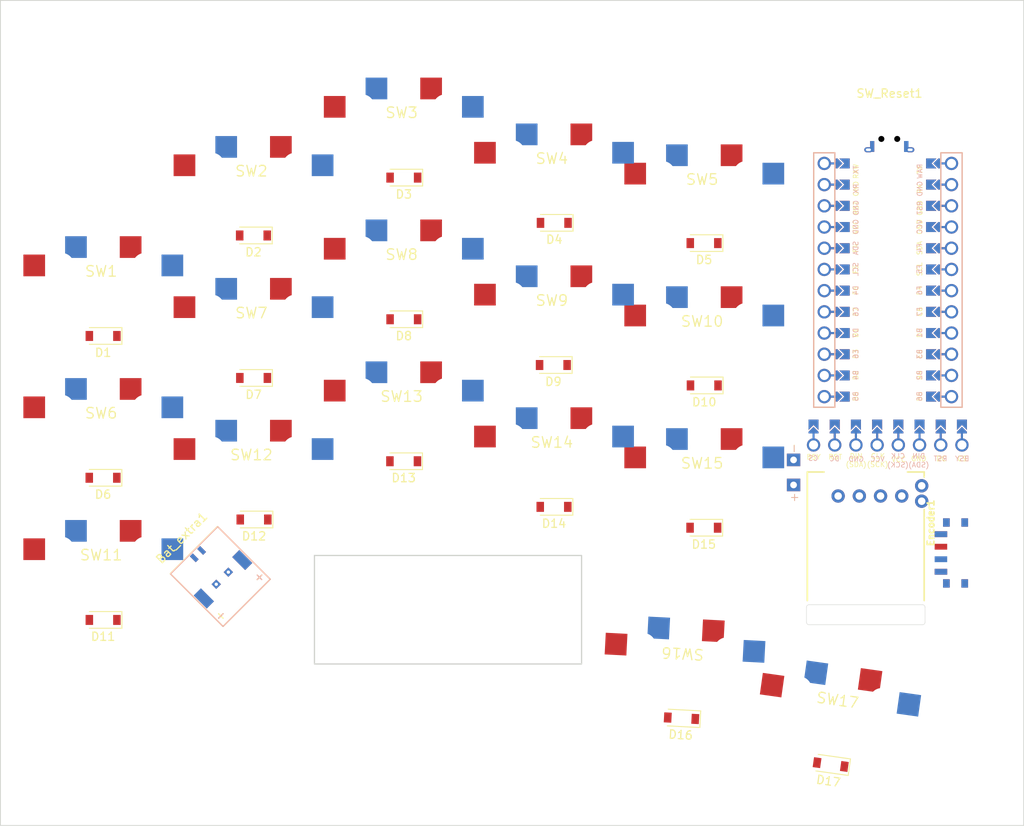
<source format=kicad_pcb>
(kicad_pcb (version 20211014) (generator pcbnew)
  (layers (0 "F.Cu" signal) (31 "B.Cu" signal) (34 "B.Paste" user) (35 "F.Paste" user) (36 "B.SilkS" user "B.Silkscreen") (37 "F.SilkS" user "F.Silkscreen") (38 "B.Mask" user) (39 "F.Mask" user) (44 "Edge.Cuts" user))
  (net 0 "")
  (net 1 "VBat")
  (net 2 "GND")
  (net 3 "row1")
  (net 4 "Net-(D1-Pad2)")
  (net 5 "Net-(D2-Pad2)")
  (net 6 "Net-(D3-Pad2)")
  (net 7 "Net-(D4-Pad2)")
  (net 8 "Net-(D5-Pad2)")
  (net 9 "row2")
  (net 10 "Net-(D6-Pad2)")
  (net 11 "Net-(D7-Pad2)")
  (net 12 "Net-(D8-Pad2)")
  (net 13 "Net-(D9-Pad2)")
  (net 14 "Net-(D10-Pad2)")
  (net 15 "row3")
  (net 16 "Net-(D11-Pad2)")
  (net 17 "Net-(D12-Pad2)")
  (net 18 "Net-(D13-Pad2)")
  (net 19 "Net-(D14-Pad2)")
  (net 20 "Net-(D15-Pad2)")
  (net 21 "row4")
  (net 22 "Net-(D16-Pad2)")
  (net 23 "Net-(D17-Pad2)")
  (net 24 "bsy")
  (net 25 "clk")
  (net 26 "cs")
  (net 27 "dc")
  (net 28 "din")
  (net 29 "rst")
  (net 30 "VCC")
  (net 31 "encoder_a")
  (net 32 "encoder_b")
  (net 33 "sw_encoder")
  (net 34 "col1")
  (net 35 "col2")
  (net 36 "col3")
  (net 37 "col4")
  (net 38 "col5")
  (net 40 "VRaw")
  (net 41 "reset")
  (footprint "mylib:Kailh_Choc_Hotplug_reversible" (layer "F.Cu") (at 161 70.5)
    (fp_text reference "SW9")
    (fp_text value "SW_PUSH-kbd" hide)
  )
  (footprint "mylib:Kailh_Choc_Hotplug_reversible" (layer "F.Cu") (at 179 73)
    (fp_text reference "SW10")
    (fp_text value "SW_PUSH-kbd" hide)
  )
  (footprint "mylib:SW_Reset_vertical" (layer "F.Cu") (at 201.168 47.245)
    (fp_text reference "SW_Reset1")
    (fp_text value "SW_RESET-kbd")
  )
  (footprint "mylib:Kailh_Choc_Hotplug_reversible" (layer "F.Cu") (at 179 90)
    (fp_text reference "SW15")
    (fp_text value "SW_PUSH-kbd" hide)
  )
  (footprint "Diode_SMD:D_SOD-123" (layer "F.Cu") (at 161.03 58.15 180)
    (fp_text reference "D4")
    (fp_text value "1N4148W" hide)
  )
  (footprint "mylib:Battery_pads_reversible" (layer "F.Cu") (at 189.7 88.05 90)
    (fp_text reference "Bat_main1" hide)
    (fp_text value "Conn_Battery_solderable" hide)
  )
  (footprint "Diode_SMD:D_SOD-123" (layer "F.Cu") (at 161 92.175 180)
    (fp_text reference "D14")
    (fp_text value "1N4148W" hide)
  )
  (footprint "mylib:Conn_EPD_Jumper" (layer "F.Cu") (at 201 84.1)
    (fp_text reference "Display1" hide)
    (fp_text value "Conn_Display_general")
  )
  (footprint "Diode_SMD:D_SOD-123" (layer "F.Cu") (at 125.06 93.69 180)
    (fp_text reference "D12")
    (fp_text value "1N4148W" hide)
  )
  (footprint "Diode_SMD:D_SOD-123" (layer "F.Cu") (at 106.98 105.72 180)
    (fp_text reference "D11")
    (fp_text value "1N4148W" hide)
  )
  (footprint "Diode_SMD:D_SOD-123" (layer "F.Cu") (at 178.975 60.575 180)
    (fp_text reference "D5")
    (fp_text value "1N4148W" hide)
  )
  (footprint "Diode_SMD:D_SOD-123" (layer "F.Cu") (at 178.95 94.675 180)
    (fp_text reference "D15")
    (fp_text value "1N4148W" hide)
  )
  (footprint "Diode_SMD:D_SOD-123" (layer "F.Cu") (at 194.15 123.05 172)
    (fp_text reference "D17")
    (fp_text value "1N4148W" hide)
  )
  (footprint "Diode_SMD:D_SOD-123" (layer "F.Cu") (at 160.92 75.18 180)
    (fp_text reference "D9")
    (fp_text value "1N4148W" hide)
  )
  (footprint "mylib:Kailh_Choc_Hotplug_reversible" (layer "F.Cu") (at 107 67)
    (fp_text reference "SW1")
    (fp_text value "SW_PUSH-kbd" hide)
  )
  (footprint "mylib:ProMicro_Jumpers" (layer "F.Cu") (at 201 65)
    (fp_text reference "U1" hide)
    (fp_text value "ProMicro-kbd")
  )
  (footprint "mylib:Battery_connector_lim_reversible" (layer "F.Cu") (at 120.638946 100.138947 45)
    (fp_text reference "Bat_extra1")
    (fp_text value "Conn_Battery_pluggable")
  )
  (footprint "Diode_SMD:D_SOD-123" (layer "F.Cu") (at 142.99 86.71 180)
    (fp_text reference "D13")
    (fp_text value "1N4148W" hide)
  )
  (footprint "Diode_SMD:D_SOD-123" (layer "F.Cu") (at 176.275 117.5 177)
    (fp_text reference "D16")
    (fp_text value "1N4148W" hide)
  )
  (footprint "Diode_SMD:D_SOD-123" (layer "F.Cu") (at 106.98 71.7 180)
    (fp_text reference "D1")
    (fp_text value "1N4148W" hide)
  )
  (footprint "mylib:RollerEncoder_Panasonic_EVQWGD001" (layer "F.Cu") (at 198.85 96.5 -90)
    (fp_text reference "Encoder1")
    (fp_text value "RotaryEncoder")
    (fp_line (start 9.5 -6.6) (end 7.7 -6.6) (layer "Edge.Cuts") (width 0.05))
    (fp_line (start 9.8 7.3) (end 9.8 -6.3) (layer "Edge.Cuts") (width 0.05))
    (fp_line (start 7.7 7.6) (end 9.5 7.6) (layer "Edge.Cuts") (width 0.05))
    (fp_line (start 7.4 -6.3) (end 7.4 7.3) (layer "Edge.Cuts") (width 0.05))
    (fp_arc (start 7.4 -6.3) (mid 7.487868 -6.512132) (end 7.7 -6.6) (layer "Edge.Cuts") (width 0.05))
    (fp_arc (start 7.7 7.6) (mid 7.487868 7.512132) (end 7.4 7.3) (layer "Edge.Cuts") (width 0.05))
    (fp_arc (start 9.5 -6.6) (mid 9.712132 -6.512132) (end 9.8 -6.3) (layer "Edge.Cuts") (width 0.05))
    (fp_arc (start 9.8 7.3) (mid 9.712132 7.512132) (end 9.5 7.6) (layer "Edge.Cuts") (width 0.05))
  )
  (footprint "mylib:Kailh_Choc_Hotplug_reversible" (layer "F.Cu") (at 143 48)
    (fp_text reference "SW3")
    (fp_text value "SW_PUSH-kbd" hide)
  )
  (footprint "mylib:Kailh_Choc_Hotplug_reversible" (layer "F.Cu") (at 107 84)
    (fp_text reference "SW6")
    (fp_text value "SW_PUSH-kbd" hide)
  )
  (footprint "Diode_SMD:D_SOD-123" (layer "F.Cu") (at 124.99 59.66 180)
    (fp_text reference "D2")
    (fp_text value "1N4148W" hide)
  )
  (footprint "mylib:Kailh_Choc_Hotplug_reversible" (layer "F.Cu") (at 194.8 118.4 -8)
    (fp_text reference "SW17")
    (fp_text value "SW_PUSH-kbd" hide)
  )
  (footprint "mylib:Kailh_Choc_Hotplug_reversible" (layer "F.Cu") (at 179 56)
    (fp_text reference "SW5")
    (fp_text value "SW_PUSH-kbd" hide)
  )
  (footprint "mylib:Power_reversible" (layer "F.Cu") (at 209.105 97.7 90)
    (fp_text reference "SW_Power1" hide)
    (fp_text value "SW_Battery_kbd")
  )
  (footprint "mylib:Kailh_Choc_Hotplug_reversible" (layer "F.Cu") (at 176.5 112.8 -3)
    (fp_text reference "SW16")
    (fp_text value "SW_PUSH-kbd" hide)
  )
  (footprint "Diode_SMD:D_SOD-123" (layer "F.Cu") (at 106.97 88.69 180)
    (fp_text reference "D6")
    (fp_text value "1N4148W" hide)
  )
  (footprint "Diode_SMD:D_SOD-123" (layer "F.Cu") (at 179 77.625 180)
    (fp_text reference "D10")
    (fp_text value "1N4148W" hide)
  )
  (footprint "mylib:Kailh_Choc_Hotplug_reversible" (layer "F.Cu") (at 143 82)
    (fp_text reference "SW13")
    (fp_text value "SW_PUSH-kbd" hide)
  )
  (footprint "Diode_SMD:D_SOD-123" (layer "F.Cu") (at 143.01 69.7 180)
    (fp_text reference "D8")
    (fp_text value "1N4148W" hide)
  )
  (footprint "mylib:Kailh_Choc_Hotplug_reversible" (layer "F.Cu") (at 161 53.5)
    (fp_text reference "SW4")
    (fp_text value "SW_PUSH-kbd" hide)
  )
  (footprint "mylib:Kailh_Choc_Hotplug_reversible" (layer "F.Cu") (at 107 101)
    (fp_text reference "SW11")
    (fp_text value "SW_PUSH-kbd" hide)
  )
  (footprint "mylib:Kailh_Choc_Hotplug_reversible" (layer "F.Cu") (at 125 55)
    (fp_text reference "SW2")
    (fp_text value "SW_PUSH-kbd" hide)
  )
  (footprint "mylib:Kailh_Choc_Hotplug_reversible" (layer "F.Cu") (at 143 65)
    (fp_text reference "SW8")
    (fp_text value "SW_PUSH-kbd" hide)
  )
  (footprint "Diode_SMD:D_SOD-123" (layer "F.Cu") (at 125.01 76.73 180)
    (fp_text reference "D7")
    (fp_text value "1N4148W" hide)
  )
  (footprint "mylib:Kailh_Choc_Hotplug_reversible" (layer "F.Cu") (at 161 87.5)
    (fp_text reference "SW14")
    (fp_text value "SW_PUSH-kbd" hide)
  )
  (footprint "mylib:Kailh_Choc_Hotplug_reversible" (layer "F.Cu") (at 125 72)
    (fp_text reference "SW7")
    (fp_text value "SW_PUSH-kbd" hide)
  )
  (footprint "mylib:Kailh_Choc_Hotplug_reversible" (layer "F.Cu") (at 125 89)
    (fp_text reference "SW12")
    (fp_text value "SW_PUSH-kbd" hide)
  )
  (footprint "Diode_SMD:D_SOD-123" (layer "F.Cu") (at 143.01 52.73 180)
    (fp_text reference "D3")
    (fp_text value "1N4148W" hide)
  )
  (gr_rect (start 94.675 31.5) (end 217.275 130.35) (layer "Edge.Cuts") (width 0.1) (fill none))
  (gr_rect (start 132.3 98) (end 164.3 111) (layer "Edge.Cuts") (width 0.15) (fill none))
)
</source>
